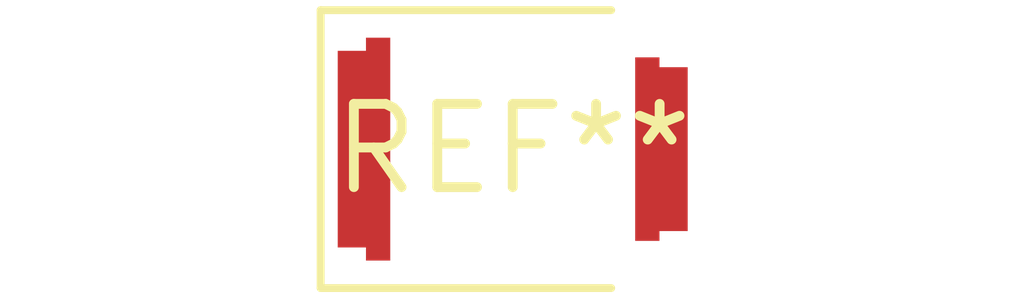
<source format=kicad_pcb>
(kicad_pcb (version 20240108) (generator pcbnew)
  (layers (0 "F.Cu" signal) (31 "B.Cu" signal) (34 "B.Paste" user) (35 "F.Paste" user) (36 "B.SilkS" user "B.Silkscreen") (37 "F.SilkS" user "F.Silkscreen") (38 "B.Mask" user) (39 "F.Mask" user) (44 "Edge.Cuts" user))
  (net 0 "")
  (footprint "Osram_SFH2201" (layer "F.Cu") (at 0 0)
    (property "Reference" "REF**")
    (property "Value" "Osram_SFH2201")
    (fp_line (start -2.925 -2.12) (end -2.925 2.12) (layer "F.SilkS") (stroke (width 0.12)))
    (fp_line (start -2.925 2.12) (end 1.5 2.12) (layer "F.SilkS") (stroke (width 0.12)))
    (fp_line (start 1.5 -2.12) (end -2.925 -2.12) (layer "F.SilkS") (stroke (width 0.12)))
    (pad "1" smd custom (at -2.265 0) (size 0.8 3) (layers "F.Cu" "F.Mask") (options (clearance outline) (anchor rect)) (primitives (gr_poly (pts (xy -0.4 -1.5) (xy 0.03 -1.5) (xy 0.03 -1.7) (xy 0.4 -1.7) (xy 0.4 1.7) (xy 0.03 1.7) (xy 0.03 1.5) (xy -0.4 1.5)) (width 0) (fill yes))))
    (pad "2" smd custom (at 2.265 0 180) (size 0.8 2.5) (layers "F.Cu" "F.Mask") (options (clearance outline) (anchor rect)) (primitives (gr_poly (pts (xy -0.4 -1.25) (xy 0.03 -1.25) (xy 0.03 -1.4) (xy 0.4 -1.4) (xy 0.4 1.4) (xy 0.03 1.4) (xy 0.03 1.25) (xy -0.4 1.25)) (width 0) (fill yes))))
  )
)
</source>
